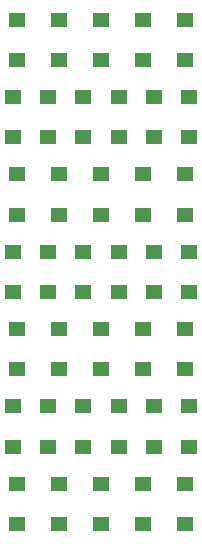
<source format=gbr>
%TF.GenerationSoftware,KiCad,Pcbnew,(5.1.9)-1*%
%TF.CreationDate,2022-03-10T13:39:28-08:00*%
%TF.ProjectId,warpstone - diode array,77617270-7374-46f6-9e65-202d2064696f,rev?*%
%TF.SameCoordinates,Original*%
%TF.FileFunction,Paste,Top*%
%TF.FilePolarity,Positive*%
%FSLAX46Y46*%
G04 Gerber Fmt 4.6, Leading zero omitted, Abs format (unit mm)*
G04 Created by KiCad (PCBNEW (5.1.9)-1) date 2022-03-10 13:39:28*
%MOMM*%
%LPD*%
G01*
G04 APERTURE LIST*
%ADD10R,1.400000X1.200000*%
G04 APERTURE END LIST*
D10*
%TO.C,D38*%
X256877128Y-102221958D03*
X256877128Y-98821958D03*
%TD*%
%TO.C,D37*%
X253305256Y-102221958D03*
X253305256Y-98821958D03*
%TD*%
%TO.C,D36*%
X249733384Y-102221958D03*
X249733384Y-98821958D03*
%TD*%
%TO.C,D35*%
X246161512Y-102221958D03*
X246161512Y-98821958D03*
%TD*%
%TO.C,D34*%
X242589640Y-102221958D03*
X242589640Y-98821958D03*
%TD*%
%TO.C,D33*%
X257174784Y-95673515D03*
X257174784Y-92273515D03*
%TD*%
%TO.C,D32*%
X254198224Y-95673515D03*
X254198224Y-92273515D03*
%TD*%
%TO.C,D31*%
X251221664Y-95673515D03*
X251221664Y-92273515D03*
%TD*%
%TO.C,D30*%
X248245104Y-95673515D03*
X248245104Y-92273515D03*
%TD*%
%TO.C,D29*%
X245268544Y-95673515D03*
X245268544Y-92273515D03*
%TD*%
%TO.C,D28*%
X242291984Y-95673515D03*
X242291984Y-92273515D03*
%TD*%
%TO.C,D27*%
X256877128Y-89125072D03*
X256877128Y-85725072D03*
%TD*%
%TO.C,D26*%
X253305256Y-89125072D03*
X253305256Y-85725072D03*
%TD*%
%TO.C,D25*%
X249733384Y-89125072D03*
X249733384Y-85725072D03*
%TD*%
%TO.C,D24*%
X246161512Y-89125072D03*
X246161512Y-85725072D03*
%TD*%
%TO.C,D23*%
X242589640Y-89125072D03*
X242589640Y-85725072D03*
%TD*%
%TO.C,D22*%
X257174784Y-82576629D03*
X257174784Y-79176629D03*
%TD*%
%TO.C,D21*%
X254198224Y-82576629D03*
X254198224Y-79176629D03*
%TD*%
%TO.C,D20*%
X251221664Y-82576629D03*
X251221664Y-79176629D03*
%TD*%
%TO.C,D19*%
X248245104Y-82576629D03*
X248245104Y-79176629D03*
%TD*%
%TO.C,D18*%
X245268544Y-82576629D03*
X245268544Y-79176629D03*
%TD*%
%TO.C,D17*%
X242291984Y-82576629D03*
X242291984Y-79176629D03*
%TD*%
%TO.C,D16*%
X256877128Y-76028186D03*
X256877128Y-72628186D03*
%TD*%
%TO.C,D15*%
X253305256Y-76028186D03*
X253305256Y-72628186D03*
%TD*%
%TO.C,D14*%
X249733384Y-76028186D03*
X249733384Y-72628186D03*
%TD*%
%TO.C,D13*%
X246161512Y-76028186D03*
X246161512Y-72628186D03*
%TD*%
%TO.C,D12*%
X242589640Y-76028186D03*
X242589640Y-72628186D03*
%TD*%
%TO.C,D11*%
X257175216Y-69479743D03*
X257175216Y-66079743D03*
%TD*%
%TO.C,D10*%
X254198651Y-69479743D03*
X254198651Y-66079743D03*
%TD*%
%TO.C,D9*%
X251222086Y-69479743D03*
X251222086Y-66079743D03*
%TD*%
%TO.C,D8*%
X248245521Y-69479743D03*
X248245521Y-66079743D03*
%TD*%
%TO.C,D7*%
X245268956Y-69479743D03*
X245268956Y-66079743D03*
%TD*%
%TO.C,D6*%
X242292391Y-69479743D03*
X242292391Y-66079743D03*
%TD*%
%TO.C,D5*%
X256877560Y-62931300D03*
X256877560Y-59531300D03*
%TD*%
%TO.C,D4*%
X253305682Y-62931300D03*
X253305682Y-59531300D03*
%TD*%
%TO.C,D3*%
X249733804Y-62931300D03*
X249733804Y-59531300D03*
%TD*%
%TO.C,D2*%
X246161926Y-62931300D03*
X246161926Y-59531300D03*
%TD*%
%TO.C,D1*%
X242590048Y-62931300D03*
X242590048Y-59531300D03*
%TD*%
M02*

</source>
